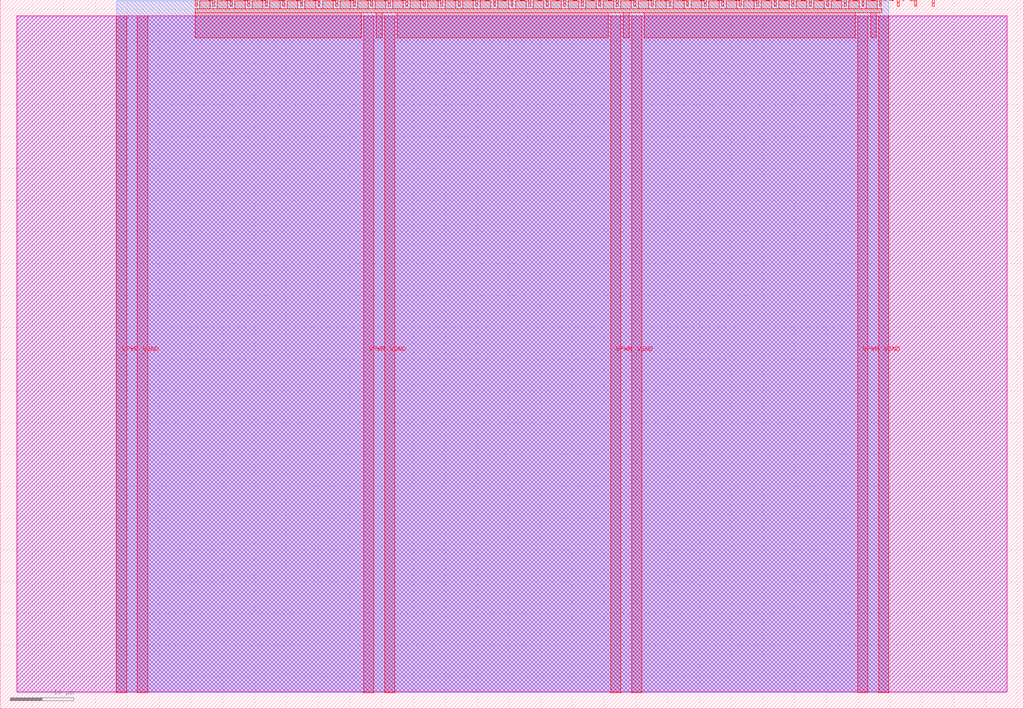
<source format=lef>
VERSION 5.7 ;
  NOWIREEXTENSIONATPIN ON ;
  DIVIDERCHAR "/" ;
  BUSBITCHARS "[]" ;
MACRO tt_um_xor_encryption
  CLASS BLOCK ;
  FOREIGN tt_um_xor_encryption ;
  ORIGIN 0.000 0.000 ;
  SIZE 161.000 BY 111.520 ;
  PIN VGND
    DIRECTION INOUT ;
    USE GROUND ;
    PORT
      LAYER met4 ;
        RECT 21.580 2.480 23.180 109.040 ;
    END
    PORT
      LAYER met4 ;
        RECT 60.450 2.480 62.050 109.040 ;
    END
    PORT
      LAYER met4 ;
        RECT 99.320 2.480 100.920 109.040 ;
    END
    PORT
      LAYER met4 ;
        RECT 138.190 2.480 139.790 109.040 ;
    END
  END VGND
  PIN VPWR
    DIRECTION INOUT ;
    USE POWER ;
    PORT
      LAYER met4 ;
        RECT 18.280 2.480 19.880 109.040 ;
    END
    PORT
      LAYER met4 ;
        RECT 57.150 2.480 58.750 109.040 ;
    END
    PORT
      LAYER met4 ;
        RECT 96.020 2.480 97.620 109.040 ;
    END
    PORT
      LAYER met4 ;
        RECT 134.890 2.480 136.490 109.040 ;
    END
  END VPWR
  PIN clk
    DIRECTION INPUT ;
    USE SIGNAL ;
    PORT
      LAYER met4 ;
        RECT 143.830 110.520 144.130 111.520 ;
    END
  END clk
  PIN ena
    DIRECTION INPUT ;
    USE SIGNAL ;
    PORT
      LAYER met4 ;
        RECT 146.590 110.520 146.890 111.520 ;
    END
  END ena
  PIN rst_n
    DIRECTION INPUT ;
    USE SIGNAL ;
    PORT
      LAYER met4 ;
        RECT 141.070 110.520 141.370 111.520 ;
    END
  END rst_n
  PIN ui_in[0]
    DIRECTION INPUT ;
    USE SIGNAL ;
    ANTENNAGATEAREA 0.318000 ;
    PORT
      LAYER met4 ;
        RECT 138.310 110.520 138.610 111.520 ;
    END
  END ui_in[0]
  PIN ui_in[1]
    DIRECTION INPUT ;
    USE SIGNAL ;
    ANTENNAGATEAREA 0.196500 ;
    PORT
      LAYER met4 ;
        RECT 135.550 110.520 135.850 111.520 ;
    END
  END ui_in[1]
  PIN ui_in[2]
    DIRECTION INPUT ;
    USE SIGNAL ;
    ANTENNAGATEAREA 0.196500 ;
    PORT
      LAYER met4 ;
        RECT 132.790 110.520 133.090 111.520 ;
    END
  END ui_in[2]
  PIN ui_in[3]
    DIRECTION INPUT ;
    USE SIGNAL ;
    ANTENNAGATEAREA 0.196500 ;
    PORT
      LAYER met4 ;
        RECT 130.030 110.520 130.330 111.520 ;
    END
  END ui_in[3]
  PIN ui_in[4]
    DIRECTION INPUT ;
    USE SIGNAL ;
    ANTENNAGATEAREA 0.196500 ;
    PORT
      LAYER met4 ;
        RECT 127.270 110.520 127.570 111.520 ;
    END
  END ui_in[4]
  PIN ui_in[5]
    DIRECTION INPUT ;
    USE SIGNAL ;
    ANTENNAGATEAREA 0.196500 ;
    PORT
      LAYER met4 ;
        RECT 124.510 110.520 124.810 111.520 ;
    END
  END ui_in[5]
  PIN ui_in[6]
    DIRECTION INPUT ;
    USE SIGNAL ;
    ANTENNAGATEAREA 0.372000 ;
    PORT
      LAYER met4 ;
        RECT 121.750 110.520 122.050 111.520 ;
    END
  END ui_in[6]
  PIN ui_in[7]
    DIRECTION INPUT ;
    USE SIGNAL ;
    ANTENNAGATEAREA 0.196500 ;
    PORT
      LAYER met4 ;
        RECT 118.990 110.520 119.290 111.520 ;
    END
  END ui_in[7]
  PIN uio_in[0]
    DIRECTION INPUT ;
    USE SIGNAL ;
    PORT
      LAYER met4 ;
        RECT 116.230 110.520 116.530 111.520 ;
    END
  END uio_in[0]
  PIN uio_in[1]
    DIRECTION INPUT ;
    USE SIGNAL ;
    PORT
      LAYER met4 ;
        RECT 113.470 110.520 113.770 111.520 ;
    END
  END uio_in[1]
  PIN uio_in[2]
    DIRECTION INPUT ;
    USE SIGNAL ;
    PORT
      LAYER met4 ;
        RECT 110.710 110.520 111.010 111.520 ;
    END
  END uio_in[2]
  PIN uio_in[3]
    DIRECTION INPUT ;
    USE SIGNAL ;
    PORT
      LAYER met4 ;
        RECT 107.950 110.520 108.250 111.520 ;
    END
  END uio_in[3]
  PIN uio_in[4]
    DIRECTION INPUT ;
    USE SIGNAL ;
    PORT
      LAYER met4 ;
        RECT 105.190 110.520 105.490 111.520 ;
    END
  END uio_in[4]
  PIN uio_in[5]
    DIRECTION INPUT ;
    USE SIGNAL ;
    PORT
      LAYER met4 ;
        RECT 102.430 110.520 102.730 111.520 ;
    END
  END uio_in[5]
  PIN uio_in[6]
    DIRECTION INPUT ;
    USE SIGNAL ;
    PORT
      LAYER met4 ;
        RECT 99.670 110.520 99.970 111.520 ;
    END
  END uio_in[6]
  PIN uio_in[7]
    DIRECTION INPUT ;
    USE SIGNAL ;
    PORT
      LAYER met4 ;
        RECT 96.910 110.520 97.210 111.520 ;
    END
  END uio_in[7]
  PIN uio_oe[0]
    DIRECTION OUTPUT ;
    USE SIGNAL ;
    PORT
      LAYER met4 ;
        RECT 49.990 110.520 50.290 111.520 ;
    END
  END uio_oe[0]
  PIN uio_oe[1]
    DIRECTION OUTPUT ;
    USE SIGNAL ;
    PORT
      LAYER met4 ;
        RECT 47.230 110.520 47.530 111.520 ;
    END
  END uio_oe[1]
  PIN uio_oe[2]
    DIRECTION OUTPUT ;
    USE SIGNAL ;
    PORT
      LAYER met4 ;
        RECT 44.470 110.520 44.770 111.520 ;
    END
  END uio_oe[2]
  PIN uio_oe[3]
    DIRECTION OUTPUT ;
    USE SIGNAL ;
    PORT
      LAYER met4 ;
        RECT 41.710 110.520 42.010 111.520 ;
    END
  END uio_oe[3]
  PIN uio_oe[4]
    DIRECTION OUTPUT ;
    USE SIGNAL ;
    PORT
      LAYER met4 ;
        RECT 38.950 110.520 39.250 111.520 ;
    END
  END uio_oe[4]
  PIN uio_oe[5]
    DIRECTION OUTPUT ;
    USE SIGNAL ;
    PORT
      LAYER met4 ;
        RECT 36.190 110.520 36.490 111.520 ;
    END
  END uio_oe[5]
  PIN uio_oe[6]
    DIRECTION OUTPUT ;
    USE SIGNAL ;
    PORT
      LAYER met4 ;
        RECT 33.430 110.520 33.730 111.520 ;
    END
  END uio_oe[6]
  PIN uio_oe[7]
    DIRECTION OUTPUT ;
    USE SIGNAL ;
    PORT
      LAYER met4 ;
        RECT 30.670 110.520 30.970 111.520 ;
    END
  END uio_oe[7]
  PIN uio_out[0]
    DIRECTION OUTPUT ;
    USE SIGNAL ;
    ANTENNADIFFAREA 0.445500 ;
    PORT
      LAYER met4 ;
        RECT 72.070 110.520 72.370 111.520 ;
    END
  END uio_out[0]
  PIN uio_out[1]
    DIRECTION OUTPUT ;
    USE SIGNAL ;
    ANTENNADIFFAREA 0.795200 ;
    PORT
      LAYER met4 ;
        RECT 69.310 110.520 69.610 111.520 ;
    END
  END uio_out[1]
  PIN uio_out[2]
    DIRECTION OUTPUT ;
    USE SIGNAL ;
    ANTENNADIFFAREA 0.795200 ;
    PORT
      LAYER met4 ;
        RECT 66.550 110.520 66.850 111.520 ;
    END
  END uio_out[2]
  PIN uio_out[3]
    DIRECTION OUTPUT ;
    USE SIGNAL ;
    ANTENNADIFFAREA 0.795200 ;
    PORT
      LAYER met4 ;
        RECT 63.790 110.520 64.090 111.520 ;
    END
  END uio_out[3]
  PIN uio_out[4]
    DIRECTION OUTPUT ;
    USE SIGNAL ;
    ANTENNADIFFAREA 0.795200 ;
    PORT
      LAYER met4 ;
        RECT 61.030 110.520 61.330 111.520 ;
    END
  END uio_out[4]
  PIN uio_out[5]
    DIRECTION OUTPUT ;
    USE SIGNAL ;
    ANTENNADIFFAREA 0.795200 ;
    PORT
      LAYER met4 ;
        RECT 58.270 110.520 58.570 111.520 ;
    END
  END uio_out[5]
  PIN uio_out[6]
    DIRECTION OUTPUT ;
    USE SIGNAL ;
    ANTENNADIFFAREA 0.795200 ;
    PORT
      LAYER met4 ;
        RECT 55.510 110.520 55.810 111.520 ;
    END
  END uio_out[6]
  PIN uio_out[7]
    DIRECTION OUTPUT ;
    USE SIGNAL ;
    ANTENNADIFFAREA 0.795200 ;
    PORT
      LAYER met4 ;
        RECT 52.750 110.520 53.050 111.520 ;
    END
  END uio_out[7]
  PIN uo_out[0]
    DIRECTION OUTPUT ;
    USE SIGNAL ;
    ANTENNADIFFAREA 0.445500 ;
    PORT
      LAYER met4 ;
        RECT 94.150 110.520 94.450 111.520 ;
    END
  END uo_out[0]
  PIN uo_out[1]
    DIRECTION OUTPUT ;
    USE SIGNAL ;
    ANTENNADIFFAREA 0.445500 ;
    PORT
      LAYER met4 ;
        RECT 91.390 110.520 91.690 111.520 ;
    END
  END uo_out[1]
  PIN uo_out[2]
    DIRECTION OUTPUT ;
    USE SIGNAL ;
    ANTENNADIFFAREA 0.445500 ;
    PORT
      LAYER met4 ;
        RECT 88.630 110.520 88.930 111.520 ;
    END
  END uo_out[2]
  PIN uo_out[3]
    DIRECTION OUTPUT ;
    USE SIGNAL ;
    ANTENNADIFFAREA 0.445500 ;
    PORT
      LAYER met4 ;
        RECT 85.870 110.520 86.170 111.520 ;
    END
  END uo_out[3]
  PIN uo_out[4]
    DIRECTION OUTPUT ;
    USE SIGNAL ;
    ANTENNADIFFAREA 0.445500 ;
    PORT
      LAYER met4 ;
        RECT 83.110 110.520 83.410 111.520 ;
    END
  END uo_out[4]
  PIN uo_out[5]
    DIRECTION OUTPUT ;
    USE SIGNAL ;
    ANTENNADIFFAREA 0.445500 ;
    PORT
      LAYER met4 ;
        RECT 80.350 110.520 80.650 111.520 ;
    END
  END uo_out[5]
  PIN uo_out[6]
    DIRECTION OUTPUT ;
    USE SIGNAL ;
    ANTENNADIFFAREA 0.445500 ;
    PORT
      LAYER met4 ;
        RECT 77.590 110.520 77.890 111.520 ;
    END
  END uo_out[6]
  PIN uo_out[7]
    DIRECTION OUTPUT ;
    USE SIGNAL ;
    ANTENNADIFFAREA 0.445500 ;
    PORT
      LAYER met4 ;
        RECT 74.830 110.520 75.130 111.520 ;
    END
  END uo_out[7]
  OBS
      LAYER nwell ;
        RECT 2.570 2.635 158.430 108.990 ;
      LAYER li1 ;
        RECT 2.760 2.635 158.240 108.885 ;
      LAYER met1 ;
        RECT 2.760 2.480 158.240 109.040 ;
      LAYER met2 ;
        RECT 18.310 2.535 139.760 111.365 ;
      LAYER met3 ;
        RECT 18.290 2.555 139.780 111.345 ;
      LAYER met4 ;
        RECT 31.370 110.120 33.030 111.345 ;
        RECT 34.130 110.120 35.790 111.345 ;
        RECT 36.890 110.120 38.550 111.345 ;
        RECT 39.650 110.120 41.310 111.345 ;
        RECT 42.410 110.120 44.070 111.345 ;
        RECT 45.170 110.120 46.830 111.345 ;
        RECT 47.930 110.120 49.590 111.345 ;
        RECT 50.690 110.120 52.350 111.345 ;
        RECT 53.450 110.120 55.110 111.345 ;
        RECT 56.210 110.120 57.870 111.345 ;
        RECT 58.970 110.120 60.630 111.345 ;
        RECT 61.730 110.120 63.390 111.345 ;
        RECT 64.490 110.120 66.150 111.345 ;
        RECT 67.250 110.120 68.910 111.345 ;
        RECT 70.010 110.120 71.670 111.345 ;
        RECT 72.770 110.120 74.430 111.345 ;
        RECT 75.530 110.120 77.190 111.345 ;
        RECT 78.290 110.120 79.950 111.345 ;
        RECT 81.050 110.120 82.710 111.345 ;
        RECT 83.810 110.120 85.470 111.345 ;
        RECT 86.570 110.120 88.230 111.345 ;
        RECT 89.330 110.120 90.990 111.345 ;
        RECT 92.090 110.120 93.750 111.345 ;
        RECT 94.850 110.120 96.510 111.345 ;
        RECT 97.610 110.120 99.270 111.345 ;
        RECT 100.370 110.120 102.030 111.345 ;
        RECT 103.130 110.120 104.790 111.345 ;
        RECT 105.890 110.120 107.550 111.345 ;
        RECT 108.650 110.120 110.310 111.345 ;
        RECT 111.410 110.120 113.070 111.345 ;
        RECT 114.170 110.120 115.830 111.345 ;
        RECT 116.930 110.120 118.590 111.345 ;
        RECT 119.690 110.120 121.350 111.345 ;
        RECT 122.450 110.120 124.110 111.345 ;
        RECT 125.210 110.120 126.870 111.345 ;
        RECT 127.970 110.120 129.630 111.345 ;
        RECT 130.730 110.120 132.390 111.345 ;
        RECT 133.490 110.120 135.150 111.345 ;
        RECT 136.250 110.120 137.910 111.345 ;
        RECT 30.655 109.440 138.625 110.120 ;
        RECT 30.655 105.575 56.750 109.440 ;
        RECT 59.150 105.575 60.050 109.440 ;
        RECT 62.450 105.575 95.620 109.440 ;
        RECT 98.020 105.575 98.920 109.440 ;
        RECT 101.320 105.575 134.490 109.440 ;
        RECT 136.890 105.575 137.790 109.440 ;
  END
END tt_um_xor_encryption
END LIBRARY


</source>
